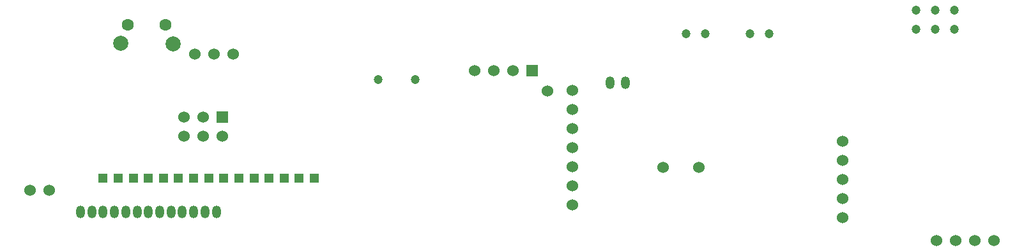
<source format=gbs>
G04 (created by PCBNEW (2013-mar-13)-testing) date Tue 18 Jun 2013 16:13:31 JST*
%MOIN*%
G04 Gerber Fmt 3.4, Leading zero omitted, Abs format*
%FSLAX34Y34*%
G01*
G70*
G90*
G04 APERTURE LIST*
%ADD10C,0.005906*%
%ADD11R,0.060000X0.060000*%
%ADD12C,0.060000*%
%ADD13C,0.062992*%
%ADD14C,0.078740*%
%ADD15O,0.047244X0.066929*%
%ADD16R,0.047244X0.047244*%
%ADD17C,0.047244*%
G04 APERTURE END LIST*
G54D10*
G54D11*
X11352Y-6821D03*
G54D12*
X11352Y-7821D03*
X10352Y-6821D03*
X10352Y-7821D03*
X9352Y-6821D03*
X9352Y-7821D03*
G54D13*
X6417Y-1968D03*
X8385Y-1968D03*
G54D14*
X6023Y-2952D03*
X8779Y-2972D03*
G54D15*
X3937Y-11791D03*
X4527Y-11791D03*
X5118Y-11791D03*
X5708Y-11791D03*
X6299Y-11791D03*
X6889Y-11791D03*
X7480Y-11791D03*
X8070Y-11791D03*
X8661Y-11791D03*
X9251Y-11791D03*
X9842Y-11791D03*
X10433Y-11791D03*
X11023Y-11791D03*
G54D16*
X5118Y-10019D03*
X5905Y-10019D03*
X6692Y-10019D03*
X7480Y-10019D03*
X8267Y-10019D03*
X9055Y-10019D03*
X9842Y-10019D03*
X10629Y-10019D03*
X11417Y-10019D03*
X12204Y-10019D03*
X12992Y-10019D03*
X13779Y-10019D03*
X14566Y-10019D03*
X15354Y-10019D03*
X16141Y-10019D03*
G54D17*
X21397Y-4842D03*
X19468Y-4842D03*
G54D12*
X25502Y-4371D03*
G54D11*
X27502Y-4371D03*
G54D12*
X24502Y-4371D03*
X26502Y-4371D03*
X29602Y-5421D03*
X29602Y-6421D03*
X29602Y-8421D03*
X29602Y-7421D03*
X29602Y-9421D03*
X11902Y-3521D03*
X10902Y-3521D03*
X9902Y-3521D03*
X29602Y-11421D03*
X29602Y-10421D03*
X51590Y-13263D03*
X50590Y-13263D03*
X49590Y-13263D03*
X48590Y-13263D03*
G54D15*
X31588Y-5001D03*
X32376Y-5001D03*
G54D12*
X43696Y-8070D03*
X43696Y-9070D03*
X43696Y-11070D03*
X43696Y-10070D03*
X43696Y-12070D03*
X2311Y-10629D03*
X1311Y-10629D03*
X34330Y-9448D03*
X36220Y-9448D03*
X28307Y-5448D03*
G54D17*
X36523Y-2440D03*
X35523Y-2440D03*
X38870Y-2440D03*
X39870Y-2440D03*
X47523Y-1216D03*
X49523Y-1216D03*
X48523Y-1216D03*
X48523Y-2216D03*
X49523Y-2216D03*
X47523Y-2216D03*
M02*

</source>
